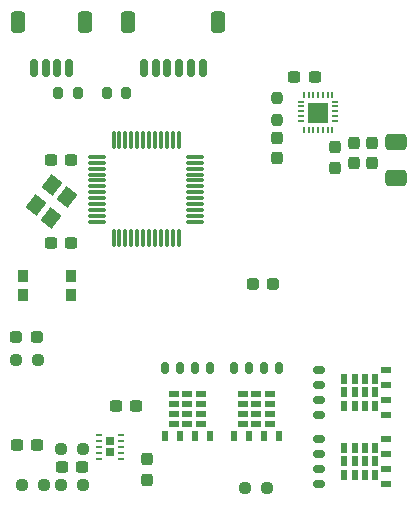
<source format=gbr>
%TF.GenerationSoftware,KiCad,Pcbnew,8.0.3-8.0.3-0~ubuntu22.04.1*%
%TF.CreationDate,2024-07-04T17:08:58-06:00*%
%TF.ProjectId,stm32g070 and DRV8311 single motor board - V1 Alpha,73746d33-3267-4303-9730-20616e642044,rev?*%
%TF.SameCoordinates,Original*%
%TF.FileFunction,Paste,Top*%
%TF.FilePolarity,Positive*%
%FSLAX46Y46*%
G04 Gerber Fmt 4.6, Leading zero omitted, Abs format (unit mm)*
G04 Created by KiCad (PCBNEW 8.0.3-8.0.3-0~ubuntu22.04.1) date 2024-07-04 17:08:58*
%MOMM*%
%LPD*%
G01*
G04 APERTURE LIST*
G04 Aperture macros list*
%AMRoundRect*
0 Rectangle with rounded corners*
0 $1 Rounding radius*
0 $2 $3 $4 $5 $6 $7 $8 $9 X,Y pos of 4 corners*
0 Add a 4 corners polygon primitive as box body*
4,1,4,$2,$3,$4,$5,$6,$7,$8,$9,$2,$3,0*
0 Add four circle primitives for the rounded corners*
1,1,$1+$1,$2,$3*
1,1,$1+$1,$4,$5*
1,1,$1+$1,$6,$7*
1,1,$1+$1,$8,$9*
0 Add four rect primitives between the rounded corners*
20,1,$1+$1,$2,$3,$4,$5,0*
20,1,$1+$1,$4,$5,$6,$7,0*
20,1,$1+$1,$6,$7,$8,$9,0*
20,1,$1+$1,$8,$9,$2,$3,0*%
%AMRotRect*
0 Rectangle, with rotation*
0 The origin of the aperture is its center*
0 $1 length*
0 $2 width*
0 $3 Rotation angle, in degrees counterclockwise*
0 Add horizontal line*
21,1,$1,$2,0,0,$3*%
G04 Aperture macros list end*
%ADD10C,0.000000*%
%ADD11RoundRect,0.237500X-0.250000X-0.237500X0.250000X-0.237500X0.250000X0.237500X-0.250000X0.237500X0*%
%ADD12RoundRect,0.237500X-0.300000X-0.237500X0.300000X-0.237500X0.300000X0.237500X-0.300000X0.237500X0*%
%ADD13RotRect,1.400000X1.200000X52.000000*%
%ADD14RoundRect,0.075000X-0.662500X-0.075000X0.662500X-0.075000X0.662500X0.075000X-0.662500X0.075000X0*%
%ADD15RoundRect,0.075000X-0.075000X-0.662500X0.075000X-0.662500X0.075000X0.662500X-0.075000X0.662500X0*%
%ADD16RoundRect,0.237500X0.237500X-0.300000X0.237500X0.300000X-0.237500X0.300000X-0.237500X-0.300000X0*%
%ADD17RoundRect,0.237500X-0.237500X0.300000X-0.237500X-0.300000X0.237500X-0.300000X0.237500X0.300000X0*%
%ADD18RoundRect,0.150000X0.150000X0.625000X-0.150000X0.625000X-0.150000X-0.625000X0.150000X-0.625000X0*%
%ADD19RoundRect,0.250000X0.350000X0.650000X-0.350000X0.650000X-0.350000X-0.650000X0.350000X-0.650000X0*%
%ADD20RoundRect,0.237500X0.287500X0.237500X-0.287500X0.237500X-0.287500X-0.237500X0.287500X-0.237500X0*%
%ADD21R,0.650000X0.700000*%
%ADD22RoundRect,0.062500X-0.187500X-0.062500X0.187500X-0.062500X0.187500X0.062500X-0.187500X0.062500X0*%
%ADD23R,0.200000X0.469999*%
%ADD24R,0.469999X0.200000*%
%ADD25RoundRect,0.237500X0.250000X0.237500X-0.250000X0.237500X-0.250000X-0.237500X0.250000X-0.237500X0*%
%ADD26R,0.600000X0.900000*%
%ADD27R,0.900000X0.600000*%
%ADD28RoundRect,0.150000X0.375000X-0.150000X0.375000X0.150000X-0.375000X0.150000X-0.375000X-0.150000X0*%
%ADD29RoundRect,0.150000X-0.150000X-0.375000X0.150000X-0.375000X0.150000X0.375000X-0.150000X0.375000X0*%
%ADD30RoundRect,0.237500X0.300000X0.237500X-0.300000X0.237500X-0.300000X-0.237500X0.300000X-0.237500X0*%
%ADD31R,0.900000X1.000000*%
%ADD32RoundRect,0.237500X-0.237500X0.250000X-0.237500X-0.250000X0.237500X-0.250000X0.237500X0.250000X0*%
%ADD33RoundRect,0.200000X-0.200000X-0.275000X0.200000X-0.275000X0.200000X0.275000X-0.200000X0.275000X0*%
%ADD34RoundRect,0.250000X-0.650000X0.412500X-0.650000X-0.412500X0.650000X-0.412500X0.650000X0.412500X0*%
%ADD35RoundRect,0.200000X0.200000X0.275000X-0.200000X0.275000X-0.200000X-0.275000X0.200000X-0.275000X0*%
G04 APERTURE END LIST*
D10*
%TO.C,U2*%
G36*
X150717499Y-96595000D02*
G01*
X150717499Y-98205000D01*
X150667499Y-98255000D01*
X149057499Y-98255000D01*
X149007499Y-98205000D01*
X149007499Y-96595000D01*
X149057499Y-96545000D01*
X150667499Y-96545000D01*
X150717499Y-96595000D01*
G37*
%TD*%
D11*
%TO.C,R12*%
X128100000Y-125900000D03*
X129925000Y-125900000D03*
%TD*%
D12*
%TO.C,C3*%
X127237500Y-101400000D03*
X128962500Y-101400000D03*
%TD*%
D13*
%TO.C,Y1*%
X127292582Y-106290124D03*
X128647036Y-104556501D03*
X127307418Y-103509876D03*
X125952964Y-105243499D03*
%TD*%
D14*
%TO.C,U1*%
X131137500Y-101136000D03*
X131137500Y-101636000D03*
X131137500Y-102136000D03*
X131137500Y-102636000D03*
X131137500Y-103136000D03*
X131137500Y-103636000D03*
X131137500Y-104136000D03*
X131137500Y-104636000D03*
X131137500Y-105136000D03*
X131137500Y-105636000D03*
X131137500Y-106136000D03*
X131137500Y-106636000D03*
D15*
X132550000Y-108048500D03*
X133050000Y-108048500D03*
X133550000Y-108048500D03*
X134050000Y-108048500D03*
X134550000Y-108048500D03*
X135050000Y-108048500D03*
X135550000Y-108048500D03*
X136050000Y-108048500D03*
X136550000Y-108048500D03*
X137050000Y-108048500D03*
X137550000Y-108048500D03*
X138050000Y-108048500D03*
D14*
X139462500Y-106636000D03*
X139462500Y-106136000D03*
X139462500Y-105636000D03*
X139462500Y-105136000D03*
X139462500Y-104636000D03*
X139462500Y-104136000D03*
X139462500Y-103636000D03*
X139462500Y-103136000D03*
X139462500Y-102636000D03*
X139462500Y-102136000D03*
X139462500Y-101636000D03*
X139462500Y-101136000D03*
D15*
X138050000Y-99723500D03*
X137550000Y-99723500D03*
X137050000Y-99723500D03*
X136550000Y-99723500D03*
X136050000Y-99723500D03*
X135550000Y-99723500D03*
X135050000Y-99723500D03*
X134550000Y-99723500D03*
X134050000Y-99723500D03*
X133550000Y-99723500D03*
X133050000Y-99723500D03*
X132550000Y-99723500D03*
%TD*%
D16*
%TO.C,C10*%
X146400000Y-101262501D03*
X146400000Y-99537499D03*
%TD*%
D17*
%TO.C,C7*%
X152900000Y-99937499D03*
X152900000Y-101662501D03*
%TD*%
D18*
%TO.C,J1*%
X128800000Y-93600000D03*
X127800000Y-93600000D03*
X126800000Y-93600000D03*
X125800000Y-93600000D03*
D19*
X130100000Y-89725000D03*
X124500000Y-89725000D03*
%TD*%
D12*
%TO.C,C17*%
X128150000Y-127400000D03*
X129875000Y-127400000D03*
%TD*%
D11*
%TO.C,R4*%
X143687500Y-129200000D03*
X145512500Y-129200000D03*
%TD*%
D20*
%TO.C,D1*%
X124300000Y-116400000D03*
X126050000Y-116400000D03*
%TD*%
D21*
%TO.C,U4*%
X132262500Y-125212500D03*
X132262500Y-126162500D03*
D22*
X131312500Y-124687500D03*
X131312500Y-125187500D03*
X131312500Y-125687500D03*
X131312500Y-126187500D03*
X131312500Y-126687500D03*
X133212500Y-126687500D03*
X133212500Y-126187500D03*
X133212500Y-125687500D03*
X133212500Y-125187500D03*
X133212500Y-124687500D03*
%TD*%
D20*
%TO.C,D3*%
X146075000Y-111900000D03*
X144325000Y-111900000D03*
%TD*%
D23*
%TO.C,U2*%
X148662499Y-98865001D03*
X149062498Y-98865001D03*
X149462500Y-98865001D03*
X149862499Y-98865001D03*
X150262498Y-98865001D03*
X150662500Y-98865001D03*
X151062499Y-98865001D03*
D24*
X151327500Y-98070001D03*
X151327500Y-97669999D03*
X151327500Y-97270000D03*
X151327500Y-96870001D03*
X151327500Y-96469999D03*
D23*
X151062499Y-95934999D03*
X150662500Y-95934999D03*
X150262498Y-95934999D03*
X149862499Y-95934999D03*
X149462500Y-95934999D03*
X149062498Y-95934999D03*
X148662499Y-95934999D03*
D24*
X148397498Y-96469999D03*
X148397498Y-96870001D03*
X148397498Y-97270000D03*
X148397498Y-97669999D03*
X148397498Y-98070001D03*
%TD*%
D17*
%TO.C,C9*%
X154400000Y-99937500D03*
X154400000Y-101662500D03*
%TD*%
D25*
%TO.C,R13*%
X126112500Y-118300000D03*
X124287500Y-118300000D03*
%TD*%
D26*
%TO.C,Q2*%
X152100000Y-125750000D03*
X152100000Y-126900000D03*
X152100000Y-128050000D03*
X152950000Y-125750000D03*
X152950000Y-126900000D03*
X152950000Y-128050000D03*
X153800000Y-125750000D03*
X153800000Y-126900000D03*
X153800000Y-128050000D03*
X154650000Y-125750000D03*
X154650000Y-126900000D03*
X154650000Y-128050000D03*
D27*
X155650000Y-124995000D03*
X155650000Y-126265000D03*
X155650000Y-127535000D03*
X155650000Y-128805000D03*
D28*
X149925000Y-124995000D03*
X149925000Y-126265000D03*
X149925000Y-127535000D03*
X149925000Y-128805000D03*
%TD*%
D27*
%TO.C,Q4*%
X145775000Y-121200000D03*
X144625000Y-121200000D03*
X143475000Y-121200000D03*
X145775000Y-122050000D03*
X144625000Y-122050000D03*
X143475000Y-122050000D03*
X145775000Y-122900000D03*
X144625000Y-122900000D03*
X143475000Y-122900000D03*
X145775000Y-123750000D03*
X144625000Y-123750000D03*
X143475000Y-123750000D03*
D26*
X146530000Y-124750000D03*
X145260000Y-124750000D03*
X143990000Y-124750000D03*
X142720000Y-124750000D03*
D29*
X146530000Y-119025000D03*
X145260000Y-119025000D03*
X143990000Y-119025000D03*
X142720000Y-119025000D03*
%TD*%
D25*
%TO.C,R11*%
X126625000Y-128900000D03*
X124800000Y-128900000D03*
%TD*%
D30*
%TO.C,C5*%
X149562500Y-94400000D03*
X147837500Y-94400000D03*
%TD*%
D18*
%TO.C,J2*%
X140100000Y-93600000D03*
X139100000Y-93600000D03*
X138100000Y-93600000D03*
X137100000Y-93600000D03*
X136100000Y-93600000D03*
X135100000Y-93600000D03*
D19*
X141400000Y-89725000D03*
X133800000Y-89725000D03*
%TD*%
D31*
%TO.C,SW1*%
X128950000Y-112800000D03*
X124850000Y-112800000D03*
X128950000Y-111200000D03*
X124850000Y-111200000D03*
%TD*%
D16*
%TO.C,C16*%
X135400000Y-128462500D03*
X135400000Y-126737500D03*
%TD*%
D32*
%TO.C,R2*%
X146400000Y-96187500D03*
X146400000Y-98012500D03*
%TD*%
D25*
%TO.C,R10*%
X129925000Y-128900000D03*
X128100000Y-128900000D03*
%TD*%
D30*
%TO.C,C14*%
X134462500Y-122200000D03*
X132737500Y-122200000D03*
%TD*%
D12*
%TO.C,C4*%
X127237500Y-108400000D03*
X128962500Y-108400000D03*
%TD*%
D17*
%TO.C,C6*%
X151300000Y-100337499D03*
X151300000Y-102062501D03*
%TD*%
D33*
%TO.C,R16*%
X131975000Y-95700000D03*
X133625000Y-95700000D03*
%TD*%
D26*
%TO.C,Q1*%
X152100000Y-119915000D03*
X152100000Y-121065000D03*
X152100000Y-122215000D03*
X152950000Y-119915000D03*
X152950000Y-121065000D03*
X152950000Y-122215000D03*
X153800000Y-119915000D03*
X153800000Y-121065000D03*
X153800000Y-122215000D03*
X154650000Y-119915000D03*
X154650000Y-121065000D03*
X154650000Y-122215000D03*
D27*
X155650000Y-119160000D03*
X155650000Y-120430000D03*
X155650000Y-121700000D03*
X155650000Y-122970000D03*
D28*
X149925000Y-119160000D03*
X149925000Y-120430000D03*
X149925000Y-121700000D03*
X149925000Y-122970000D03*
%TD*%
D34*
%TO.C,C8*%
X156500000Y-99837500D03*
X156500000Y-102962500D03*
%TD*%
D27*
%TO.C,Q3*%
X139945000Y-121200000D03*
X138795000Y-121200000D03*
X137645000Y-121200000D03*
X139945000Y-122050000D03*
X138795000Y-122050000D03*
X137645000Y-122050000D03*
X139945000Y-122900000D03*
X138795000Y-122900000D03*
X137645000Y-122900000D03*
X139945000Y-123750000D03*
X138795000Y-123750000D03*
X137645000Y-123750000D03*
D26*
X140700000Y-124750000D03*
X139430000Y-124750000D03*
X138160000Y-124750000D03*
X136890000Y-124750000D03*
D29*
X140700000Y-119025000D03*
X139430000Y-119025000D03*
X138160000Y-119025000D03*
X136890000Y-119025000D03*
%TD*%
D30*
%TO.C,C13*%
X126075000Y-125500000D03*
X124350000Y-125500000D03*
%TD*%
D35*
%TO.C,R15*%
X129525000Y-95700000D03*
X127875000Y-95700000D03*
%TD*%
M02*

</source>
